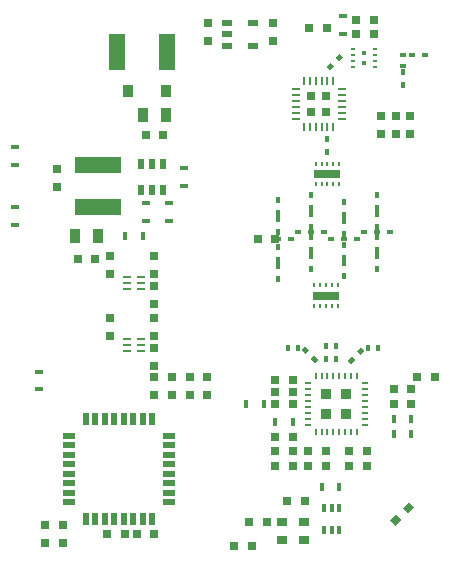
<source format=gbr>
G04 #@! TF.FileFunction,Paste,Top*
%FSLAX46Y46*%
G04 Gerber Fmt 4.6, Leading zero omitted, Abs format (unit mm)*
G04 Created by KiCad (PCBNEW 4.X.X-debug) date Tue Sep 13 20:33:13 2016*
%MOMM*%
%LPD*%
G01*
G04 APERTURE LIST*
%ADD10C,0.100000*%
%ADD11R,0.298780X0.649300*%
%ADD12R,0.800000X0.400000*%
%ADD13R,0.400000X0.800000*%
%ADD14R,0.600000X0.150000*%
%ADD15R,0.150000X0.600000*%
%ADD16R,0.935000X0.935000*%
%ADD17R,0.150000X0.450000*%
%ADD18R,2.300000X0.660000*%
%ADD19R,0.810000X1.120000*%
%ADD20R,0.700000X0.650000*%
%ADD21R,0.500000X0.400000*%
%ADD22R,0.400000X0.500000*%
%ADD23R,0.500000X0.300000*%
%ADD24R,0.650000X0.700000*%
%ADD25R,0.200000X0.750000*%
%ADD26R,0.750000X0.200000*%
%ADD27R,0.680000X0.680000*%
%ADD28C,0.120000*%
%ADD29R,0.900000X0.800000*%
%ADD30R,1.400000X3.100000*%
%ADD31R,0.550000X0.960000*%
%ADD32R,0.960000X0.550000*%
%ADD33R,0.650000X0.180000*%
%ADD34R,3.900000X1.400000*%
%ADD35R,0.900000X1.150000*%
%ADD36R,0.400000X0.200000*%
%ADD37R,0.380000X0.428000*%
%ADD38R,0.500000X1.100000*%
%ADD39R,1.100000X0.500000*%
%ADD40R,0.300000X0.500000*%
G04 APERTURE END LIST*
D10*
D11*
X133099760Y-146949960D03*
X133750000Y-146949960D03*
X134400240Y-146949960D03*
X134400240Y-145050040D03*
X133750000Y-145050040D03*
X133099760Y-145050040D03*
D12*
X109000000Y-133500000D03*
X109000000Y-135000000D03*
D13*
X129000000Y-137750000D03*
X130500000Y-137750000D03*
X140500000Y-137500000D03*
X139000000Y-137500000D03*
X128000000Y-136250000D03*
X126500000Y-136250000D03*
X140500000Y-138750000D03*
X139000000Y-138750000D03*
D14*
X136550000Y-138000000D03*
X136550000Y-137500000D03*
X136550000Y-137000000D03*
X136550000Y-136500000D03*
X136550000Y-136000000D03*
X136550000Y-135500000D03*
X136550000Y-135000000D03*
X136550000Y-134500000D03*
D15*
X135900000Y-133850000D03*
X135400000Y-133850000D03*
X134900000Y-133850000D03*
X134400000Y-133850000D03*
X133900000Y-133850000D03*
X133400000Y-133850000D03*
X132900000Y-133850000D03*
X132400000Y-133850000D03*
D14*
X131750000Y-134500000D03*
X131750000Y-135000000D03*
X131750000Y-135500000D03*
X131750000Y-136000000D03*
X131750000Y-136500000D03*
X131750000Y-137000000D03*
X131750000Y-137500000D03*
X131750000Y-138000000D03*
D15*
X132400000Y-138650000D03*
X132900000Y-138650000D03*
X133400000Y-138650000D03*
X133900000Y-138650000D03*
X134400000Y-138650000D03*
X134900000Y-138650000D03*
X135400000Y-138650000D03*
X135900000Y-138650000D03*
D16*
X133287500Y-135387500D03*
X133287500Y-137112500D03*
X135012500Y-135387500D03*
X135012500Y-137112500D03*
D17*
X132400000Y-117650000D03*
X132900000Y-117650000D03*
X133400000Y-117650000D03*
X133900000Y-117650000D03*
X134400000Y-117650000D03*
X134400000Y-115900000D03*
X133900000Y-115900000D03*
X133400000Y-115900000D03*
X132900000Y-115900000D03*
X132400000Y-115900000D03*
D18*
X133400000Y-116775000D03*
D17*
X134300000Y-126212033D03*
X133800000Y-126212033D03*
X133300000Y-126212033D03*
X132800000Y-126212033D03*
X132300000Y-126212033D03*
X132300000Y-127962033D03*
X132800000Y-127962033D03*
X133300000Y-127962033D03*
X133800000Y-127962033D03*
X134300000Y-127962033D03*
D18*
X133300000Y-127087033D03*
D19*
X119750000Y-109750000D03*
X116480000Y-109750000D03*
D20*
X133250000Y-140250000D03*
X131750000Y-140250000D03*
X133250000Y-141500000D03*
X131750000Y-141500000D03*
X129000000Y-136250000D03*
X130500000Y-136250000D03*
X140500000Y-135000000D03*
X139000000Y-135000000D03*
X139000000Y-136250000D03*
X140500000Y-136250000D03*
X129000000Y-135250000D03*
X130500000Y-135250000D03*
X129000000Y-139000000D03*
X130500000Y-139000000D03*
X129000000Y-140250000D03*
X130500000Y-140250000D03*
X119500000Y-113500000D03*
X118000000Y-113500000D03*
X137350000Y-104900000D03*
X135850000Y-104900000D03*
X136750000Y-140250000D03*
X135250000Y-140250000D03*
X136750000Y-141500000D03*
X135250000Y-141500000D03*
D10*
G36*
X139171662Y-146537957D02*
X138712043Y-146078338D01*
X139207018Y-145583363D01*
X139666637Y-146042982D01*
X139171662Y-146537957D01*
X139171662Y-146537957D01*
G37*
G36*
X140232322Y-145477297D02*
X139772703Y-145017678D01*
X140267678Y-144522703D01*
X140727297Y-144982322D01*
X140232322Y-145477297D01*
X140232322Y-145477297D01*
G37*
D20*
X131500000Y-144500000D03*
X130000000Y-144500000D03*
X130500000Y-134250000D03*
X129000000Y-134250000D03*
X128250000Y-146250000D03*
X126750000Y-146250000D03*
D21*
X134800000Y-122300000D03*
X135900000Y-122300000D03*
D22*
X134800000Y-119150000D03*
X134800000Y-120250000D03*
X134800000Y-125450000D03*
X134800000Y-124350000D03*
X132000000Y-118550000D03*
X132000000Y-119650000D03*
X132000000Y-124850000D03*
X132000000Y-123750000D03*
D21*
X129250000Y-122300000D03*
X130350000Y-122300000D03*
D10*
G36*
X131203984Y-131636827D02*
X131486827Y-131353984D01*
X131840380Y-131707537D01*
X131557537Y-131990380D01*
X131203984Y-131636827D01*
X131203984Y-131636827D01*
G37*
G36*
X131981802Y-132414645D02*
X132264645Y-132131802D01*
X132618198Y-132485355D01*
X132335355Y-132768198D01*
X131981802Y-132414645D01*
X131981802Y-132414645D01*
G37*
D22*
X129200000Y-120050000D03*
X129200000Y-118950000D03*
X129200000Y-125650000D03*
X129200000Y-124550000D03*
X137600000Y-124850000D03*
X137600000Y-123750000D03*
X137600000Y-118550000D03*
X137600000Y-119650000D03*
D10*
G36*
X134424264Y-106592893D02*
X134707107Y-106875736D01*
X134353554Y-107229289D01*
X134070711Y-106946446D01*
X134424264Y-106592893D01*
X134424264Y-106592893D01*
G37*
G36*
X133646446Y-107370711D02*
X133929289Y-107653554D01*
X133575736Y-108007107D01*
X133292893Y-107724264D01*
X133646446Y-107370711D01*
X133646446Y-107370711D01*
G37*
D12*
X106985000Y-121070000D03*
X106985000Y-119570000D03*
X134700000Y-104900000D03*
X134700000Y-103400000D03*
D23*
X139800000Y-106700000D03*
X139800000Y-107600000D03*
D22*
X129200000Y-122950000D03*
X129200000Y-124050000D03*
X129200000Y-121650000D03*
X129200000Y-120550000D03*
D21*
X132000000Y-121700000D03*
X130900000Y-121700000D03*
D22*
X132000000Y-122150000D03*
X132000000Y-123250000D03*
D21*
X132000000Y-121700000D03*
X133100000Y-121700000D03*
X134800000Y-122300000D03*
X133700000Y-122300000D03*
D22*
X134800000Y-121850000D03*
X134800000Y-120750000D03*
X134800000Y-122750000D03*
X134800000Y-123850000D03*
D21*
X137600000Y-121700000D03*
X136500000Y-121700000D03*
X137600000Y-121700000D03*
X138700000Y-121700000D03*
D22*
X137600000Y-122150000D03*
X137600000Y-123250000D03*
X137600000Y-121250000D03*
X137600000Y-120150000D03*
X134150000Y-131350000D03*
X134150000Y-132450000D03*
D10*
G36*
X136224264Y-131442893D02*
X136507107Y-131725736D01*
X136153554Y-132079289D01*
X135870711Y-131796446D01*
X136224264Y-131442893D01*
X136224264Y-131442893D01*
G37*
G36*
X135446446Y-132220711D02*
X135729289Y-132503554D01*
X135375736Y-132857107D01*
X135092893Y-132574264D01*
X135446446Y-132220711D01*
X135446446Y-132220711D01*
G37*
D22*
X133300000Y-131350000D03*
X133300000Y-132450000D03*
D24*
X123250000Y-104000000D03*
X123250000Y-105500000D03*
D20*
X137350000Y-103700000D03*
X135850000Y-103700000D03*
D22*
X133400000Y-113800000D03*
X133400000Y-114900000D03*
D21*
X141650000Y-106700000D03*
X140550000Y-106700000D03*
D22*
X139800000Y-109250000D03*
X139800000Y-108150000D03*
D24*
X140400000Y-111900000D03*
X140400000Y-113400000D03*
X139200000Y-111900000D03*
X139200000Y-113400000D03*
D20*
X129000000Y-122300000D03*
X127500000Y-122300000D03*
D22*
X132000000Y-121250000D03*
X132000000Y-120150000D03*
D25*
X131400000Y-112800000D03*
X131900000Y-112800000D03*
X132400000Y-112800000D03*
X132900000Y-112800000D03*
X133400000Y-112800000D03*
X133900000Y-112800000D03*
D26*
X134600000Y-112100000D03*
X134600000Y-111600000D03*
X134600000Y-111100000D03*
X134600000Y-110600000D03*
X134600000Y-110100000D03*
X134600000Y-109600000D03*
D25*
X133900000Y-108900000D03*
X133400000Y-108900000D03*
X132900000Y-108900000D03*
X132400000Y-108900000D03*
X131900000Y-108900000D03*
X131400000Y-108900000D03*
D26*
X130700000Y-109600000D03*
X130700000Y-110100000D03*
X130700000Y-110600000D03*
X130700000Y-111100000D03*
X130700000Y-111600000D03*
X130700000Y-112100000D03*
D27*
X133300000Y-110200000D03*
X132000000Y-110200000D03*
X133300000Y-111500000D03*
X132000000Y-111500000D03*
D28*
X140200000Y-110100000D03*
X140200000Y-110500000D03*
X139800000Y-110100000D03*
X139800000Y-110500000D03*
X139400000Y-110100000D03*
X139400000Y-110500000D03*
D29*
X129575000Y-147775000D03*
X131425000Y-147775000D03*
X131425000Y-146225000D03*
X129575000Y-146225000D03*
D30*
X119800000Y-106450000D03*
X115600000Y-106450000D03*
D24*
X118750000Y-135500000D03*
X118750000Y-134000000D03*
X120250000Y-135500000D03*
X120250000Y-134000000D03*
D20*
X125500000Y-148250000D03*
X127000000Y-148250000D03*
D24*
X123200000Y-134000000D03*
X123200000Y-135500000D03*
D20*
X142500000Y-134000000D03*
X141000000Y-134000000D03*
X129000000Y-141500000D03*
X130500000Y-141500000D03*
D24*
X137950000Y-113400000D03*
X137950000Y-111900000D03*
D20*
X131850000Y-104400000D03*
X133350000Y-104400000D03*
D31*
X119500000Y-115900000D03*
X118550000Y-115900000D03*
X117600000Y-115900000D03*
X117600000Y-118100000D03*
X119500000Y-118100000D03*
X118550000Y-118100000D03*
D32*
X124900000Y-104000000D03*
X124900000Y-104950000D03*
X124900000Y-105900000D03*
X127100000Y-105900000D03*
X127100000Y-104000000D03*
D12*
X118000000Y-119250000D03*
X118000000Y-120750000D03*
X121250000Y-116250000D03*
X121250000Y-117750000D03*
X120000000Y-120750000D03*
X120000000Y-119250000D03*
D13*
X117750000Y-122000000D03*
X116250000Y-122000000D03*
D33*
X117575000Y-130750000D03*
X117575000Y-131250000D03*
X117575000Y-131750000D03*
X116425000Y-130750000D03*
X116425000Y-131250000D03*
X116425000Y-131750000D03*
X117575000Y-125500000D03*
X117575000Y-126000000D03*
X117575000Y-126500000D03*
X116425000Y-125500000D03*
X116425000Y-126000000D03*
X116425000Y-126500000D03*
D34*
X114000000Y-116000000D03*
X114000000Y-119600000D03*
D35*
X114000000Y-122000000D03*
X112000000Y-122000000D03*
X119750000Y-111750000D03*
X117750000Y-111750000D03*
D20*
X113750000Y-124000000D03*
X112250000Y-124000000D03*
D24*
X110500000Y-117840000D03*
X110500000Y-116340000D03*
X118750000Y-126250000D03*
X118750000Y-127750000D03*
X115000000Y-125250000D03*
X115000000Y-123750000D03*
X118750000Y-123750000D03*
X118750000Y-125250000D03*
X118750000Y-131500000D03*
X118750000Y-133000000D03*
X115000000Y-130500000D03*
X115000000Y-129000000D03*
X118750000Y-129000000D03*
X118750000Y-130500000D03*
X128750000Y-104000000D03*
X128750000Y-105500000D03*
D36*
X135600000Y-106200000D03*
X135600000Y-106700000D03*
X135600000Y-107200000D03*
X135600000Y-107700000D03*
X137400000Y-107700000D03*
X137400000Y-107200000D03*
X137400000Y-106700000D03*
X137400000Y-106200000D03*
D37*
X136500000Y-107390000D03*
X136500000Y-106510000D03*
D24*
X121750000Y-135500000D03*
X121750000Y-134000000D03*
D20*
X111000000Y-148000000D03*
X109500000Y-148000000D03*
X111000000Y-146500000D03*
X109500000Y-146500000D03*
X116250000Y-147250000D03*
X114750000Y-147250000D03*
D13*
X134400000Y-143250000D03*
X132900000Y-143250000D03*
D20*
X118750000Y-147250000D03*
X117250000Y-147250000D03*
D38*
X112950000Y-146000000D03*
X113750000Y-146000000D03*
X114550000Y-146000000D03*
X115350000Y-146000000D03*
X116150000Y-146000000D03*
X116950000Y-146000000D03*
X117750000Y-146000000D03*
X118550000Y-146000000D03*
D39*
X120000000Y-144550000D03*
X120000000Y-143750000D03*
X120000000Y-142950000D03*
X120000000Y-142150000D03*
X120000000Y-141350000D03*
X120000000Y-140550000D03*
X120000000Y-139750000D03*
X120000000Y-138950000D03*
D38*
X118550000Y-137500000D03*
X117750000Y-137500000D03*
X116950000Y-137500000D03*
X116150000Y-137500000D03*
X115350000Y-137500000D03*
X114550000Y-137500000D03*
X113750000Y-137500000D03*
X112950000Y-137500000D03*
D39*
X111500000Y-138950000D03*
X111500000Y-139750000D03*
X111500000Y-140550000D03*
X111500000Y-141350000D03*
X111500000Y-142150000D03*
X111500000Y-142950000D03*
X111500000Y-143750000D03*
X111500000Y-144550000D03*
D12*
X106985000Y-115990000D03*
X106985000Y-114490000D03*
D40*
X130950000Y-131500000D03*
X130050000Y-131500000D03*
X136800000Y-131500000D03*
X137700000Y-131500000D03*
M02*

</source>
